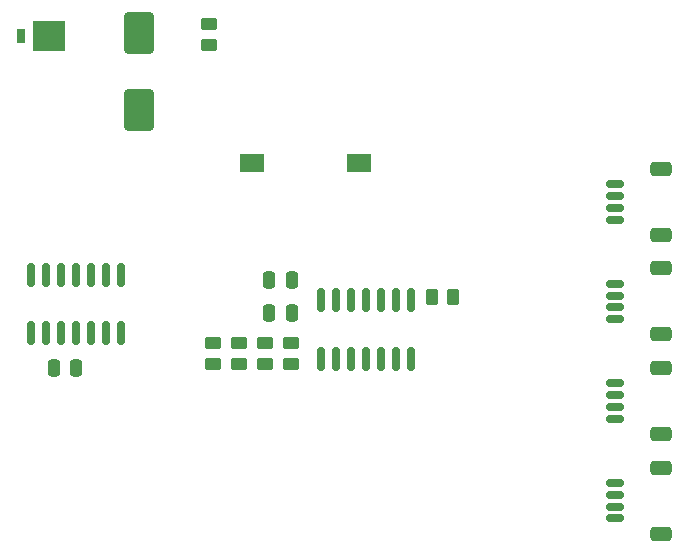
<source format=gbr>
%TF.GenerationSoftware,KiCad,Pcbnew,(6.0.8-1)-1*%
%TF.CreationDate,2023-01-29T13:44:33-06:00*%
%TF.ProjectId,M4_CAN_Feather_Carrier,4d345f43-414e-45f4-9665-61746865725f,rev?*%
%TF.SameCoordinates,Original*%
%TF.FileFunction,Paste,Top*%
%TF.FilePolarity,Positive*%
%FSLAX46Y46*%
G04 Gerber Fmt 4.6, Leading zero omitted, Abs format (unit mm)*
G04 Created by KiCad (PCBNEW (6.0.8-1)-1) date 2023-01-29 13:44:33*
%MOMM*%
%LPD*%
G01*
G04 APERTURE LIST*
G04 Aperture macros list*
%AMRoundRect*
0 Rectangle with rounded corners*
0 $1 Rounding radius*
0 $2 $3 $4 $5 $6 $7 $8 $9 X,Y pos of 4 corners*
0 Add a 4 corners polygon primitive as box body*
4,1,4,$2,$3,$4,$5,$6,$7,$8,$9,$2,$3,0*
0 Add four circle primitives for the rounded corners*
1,1,$1+$1,$2,$3*
1,1,$1+$1,$4,$5*
1,1,$1+$1,$6,$7*
1,1,$1+$1,$8,$9*
0 Add four rect primitives between the rounded corners*
20,1,$1+$1,$2,$3,$4,$5,0*
20,1,$1+$1,$4,$5,$6,$7,0*
20,1,$1+$1,$6,$7,$8,$9,0*
20,1,$1+$1,$8,$9,$2,$3,0*%
G04 Aperture macros list end*
%ADD10R,2.000000X1.500000*%
%ADD11RoundRect,0.250000X0.250000X0.475000X-0.250000X0.475000X-0.250000X-0.475000X0.250000X-0.475000X0*%
%ADD12RoundRect,0.150000X0.625000X-0.150000X0.625000X0.150000X-0.625000X0.150000X-0.625000X-0.150000X0*%
%ADD13RoundRect,0.250000X0.650000X-0.350000X0.650000X0.350000X-0.650000X0.350000X-0.650000X-0.350000X0*%
%ADD14RoundRect,0.250000X-1.000000X1.500000X-1.000000X-1.500000X1.000000X-1.500000X1.000000X1.500000X0*%
%ADD15RoundRect,0.250000X-0.262500X-0.450000X0.262500X-0.450000X0.262500X0.450000X-0.262500X0.450000X0*%
%ADD16RoundRect,0.150000X0.150000X-0.825000X0.150000X0.825000X-0.150000X0.825000X-0.150000X-0.825000X0*%
%ADD17RoundRect,0.250000X-0.450000X0.262500X-0.450000X-0.262500X0.450000X-0.262500X0.450000X0.262500X0*%
%ADD18RoundRect,0.250000X0.450000X-0.262500X0.450000X0.262500X-0.450000X0.262500X-0.450000X-0.262500X0*%
%ADD19R,2.670000X2.540000*%
%ADD20R,0.760000X1.270000*%
G04 APERTURE END LIST*
D10*
%TO.C,SW1*%
X148100000Y-86200000D03*
X157100000Y-86200000D03*
%TD*%
D11*
%TO.C,C2*%
X151450000Y-98900000D03*
X149550000Y-98900000D03*
%TD*%
D12*
%TO.C,X4*%
X178800000Y-90966667D03*
X178800000Y-89966667D03*
X178800000Y-88966667D03*
X178800000Y-87966667D03*
D13*
X182675000Y-86666667D03*
X182675000Y-92266667D03*
%TD*%
D11*
%TO.C,C3*%
X151450000Y-96100000D03*
X149550000Y-96100000D03*
%TD*%
D14*
%TO.C,C1*%
X138500000Y-75192500D03*
X138500000Y-81692500D03*
%TD*%
D12*
%TO.C,X2*%
X178800000Y-107833333D03*
X178800000Y-106833333D03*
X178800000Y-105833333D03*
X178800000Y-104833333D03*
D13*
X182675000Y-103533333D03*
X182675000Y-109133333D03*
%TD*%
D15*
%TO.C,R6*%
X163275000Y-97500000D03*
X165100000Y-97500000D03*
%TD*%
D11*
%TO.C,C4*%
X133200000Y-103500000D03*
X131300000Y-103500000D03*
%TD*%
D16*
%TO.C,U3*%
X153885000Y-102740000D03*
X155155000Y-102740000D03*
X156425000Y-102740000D03*
X157695000Y-102740000D03*
X158965000Y-102740000D03*
X160235000Y-102740000D03*
X161505000Y-102740000D03*
X161505000Y-97790000D03*
X160235000Y-97790000D03*
X158965000Y-97790000D03*
X157695000Y-97790000D03*
X156425000Y-97790000D03*
X155155000Y-97790000D03*
X153885000Y-97790000D03*
%TD*%
D17*
%TO.C,R2*%
X149200000Y-101387500D03*
X149200000Y-103212500D03*
%TD*%
%TO.C,R1*%
X151400000Y-101400000D03*
X151400000Y-103225000D03*
%TD*%
D18*
%TO.C,R5*%
X144400000Y-76200000D03*
X144400000Y-74375000D03*
%TD*%
D16*
%TO.C,U4*%
X129390000Y-100575000D03*
X130660000Y-100575000D03*
X131930000Y-100575000D03*
X133200000Y-100575000D03*
X134470000Y-100575000D03*
X135740000Y-100575000D03*
X137010000Y-100575000D03*
X137010000Y-95625000D03*
X135740000Y-95625000D03*
X134470000Y-95625000D03*
X133200000Y-95625000D03*
X131930000Y-95625000D03*
X130660000Y-95625000D03*
X129390000Y-95625000D03*
%TD*%
D17*
%TO.C,R3*%
X147000000Y-101387500D03*
X147000000Y-103212500D03*
%TD*%
D12*
%TO.C,X1*%
X178800000Y-116266667D03*
X178800000Y-115266667D03*
X178800000Y-114266667D03*
X178800000Y-113266667D03*
D13*
X182675000Y-111966667D03*
X182675000Y-117566667D03*
%TD*%
D17*
%TO.C,R4*%
X144800000Y-101387500D03*
X144800000Y-103212500D03*
%TD*%
D19*
%TO.C,D1*%
X130855000Y-75400000D03*
D20*
X128500000Y-75400000D03*
%TD*%
D12*
%TO.C,X3*%
X178800000Y-99400000D03*
X178800000Y-98400000D03*
X178800000Y-97400000D03*
X178800000Y-96400000D03*
D13*
X182675000Y-95100000D03*
X182675000Y-100700000D03*
%TD*%
M02*

</source>
